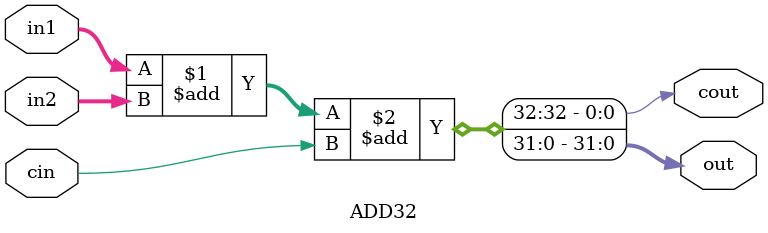
<source format=v>
module ADD32 #(parameter SIZE = 32)(input [SIZE-1:0] in1, in2, 
    input cin, output [SIZE-1:0] out, output cout);
assign {cout, out} = in1 + in2 + cin;
endmodule
</source>
